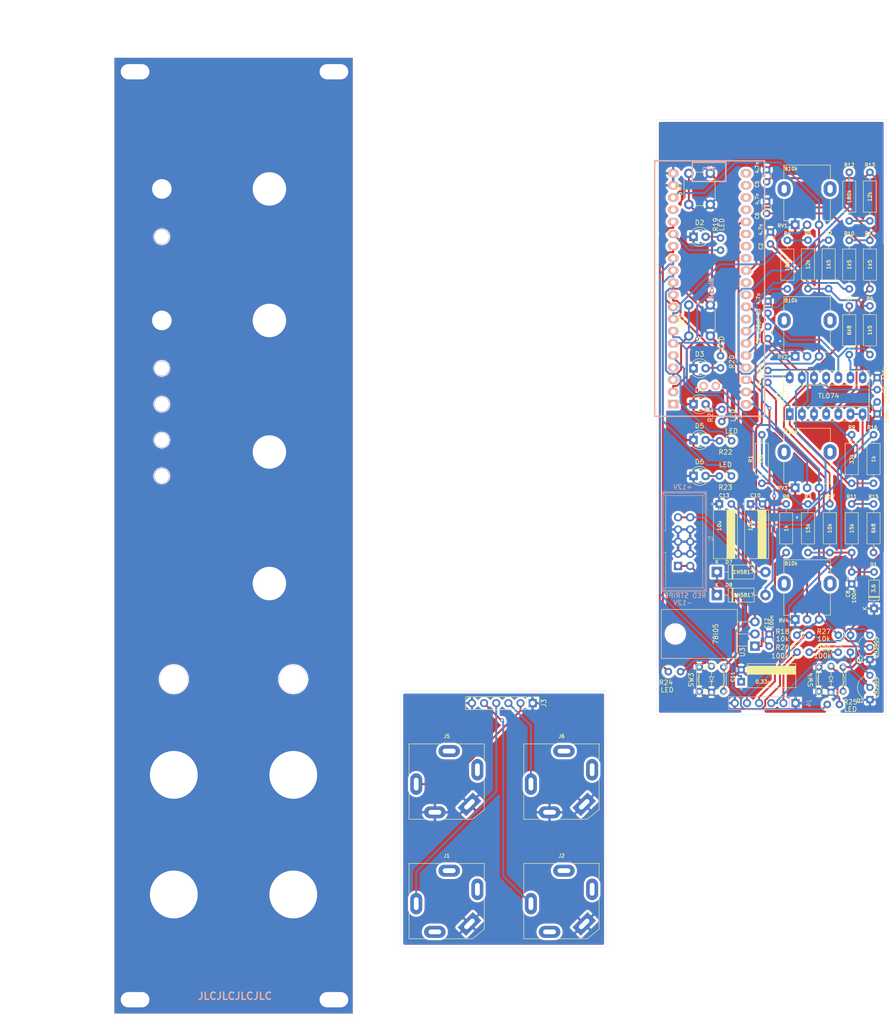
<source format=kicad_pcb>
(kicad_pcb (version 20211014) (generator pcbnew)
  (title_block (title "KosmoPeaks"))
  (layers (0 "F.Cu" signal) (31 "B.Cu" signal) (34 "B.Paste" user) (35 "F.Paste" user) (36 "B.SilkS" user "B.Silkscreen") (37 "F.SilkS" user "F.Silkscreen") (38 "B.Mask" user) (39 "F.Mask" user) (44 "Edge.Cuts" user))
  (net 0 "")
  (net 1 "GND")
  (net 2 "+12V")
  (net 3 "-12V")
  (net 4 "+5V")
  (net 5 "/REF_-3.6")
  (net 6 "Net-(C6-Pad1)")
  (net 7 "/TRIG_1")
  (net 8 "Net-(Q1-Pad2)")
  (net 9 "/TRIG_2")
  (net 10 "Net-(Q2-Pad2)")
  (net 11 "/CH1_PWM1")
  (net 12 "/CH1_PWM2")
  (net 13 "/CH2_PWM1")
  (net 14 "/CH2_PWM2")
  (net 15 "Net-(R4-Pad1)")
  (net 16 "+3V3")
  (net 17 "Net-(R15-Pad2)")
  (net 18 "/LED1")
  (net 19 "/LED2")
  (net 20 "/LED3")
  (net 21 "/LED4")
  (net 22 "/LED5")
  (net 23 "/LED_SALIDA_1")
  (net 24 "/LED_SALIDA_2")
  (net 25 "/POT_1")
  (net 26 "/POT_2")
  (net 27 "/POT_3")
  (net 28 "/POT_4")
  (net 29 "/SW_DUAL")
  (net 30 "/SW_MODE")
  (net 31 "/SW_TRIG1")
  (net 32 "/SW_TRIG2")
  (net 33 "FROM_IN1")
  (net 34 "FROM_IN2")
  (net 35 "FROM_OUT1")
  (net 36 "FROM_OUT2")
  (net 37 "TO_IN1")
  (net 38 "TO_IN2")
  (net 39 "TO_OUT1")
  (net 40 "TO_OUT2")
  (net 54 "Net-(C1-Pad2)")
  (net 55 "Net-(C1-Pad1)")
  (net 56 "Net-(C2-Pad1)")
  (net 57 "Net-(C3-Pad1)")
  (net 58 "Net-(C4-Pad2)")
  (net 59 "Net-(C4-Pad1)")
  (net 60 "Net-(C5-Pad1)")
  (net 63 "Net-(R7-Pad2)")
  (net 64 "Net-(R12-Pad1)")
  (net 67 "Net-(D2-Pad2)")
  (net 68 "Net-(D3-Pad2)")
  (net 69 "Net-(D4-Pad2)")
  (net 70 "Net-(D5-Pad2)")
  (net 71 "Net-(D7-Pad2)")
  (net 72 "Net-(D6-Pad2)")
  (net 73 "Net-(R24-Pad2)")
  (net 74 "Net-(R25-Pad2)")
  (net 75 "Net-(D8-Pad1)")
  (footprint "ao_tht:CP_Radial_horizontalflat_D5mm_P2.50mm_H10mm_south" (layer "F.Cu") (at 158.158 118.364)
    (fp_text reference "C10")
    (fp_text value "10u")
  )
  (footprint "ao_tht:CP_Radial_horizontalflat_D5mm_P2.50mm_H10mm_south" (layer "F.Cu") (at 151.638 118.364)
    (fp_text reference "C13")
    (fp_text value "10u")
  )
  (footprint "ao_tht:CP_Radial_horizontalflat_D5mm_P2.50mm_H10mm_south" (layer "F.Cu") (at 156.21 155.532 90)
    (fp_text reference "C11")
    (fp_text value "0.33u")
  )
  (footprint "ao_tht:C_Disc_D3.0mm_W1.6mm_P2.50mm" (layer "F.Cu") (at 162.052 148.082 90)
    (fp_text reference "C12")
    (fp_text value "100n")
  )
  (footprint "ao_tht:C_Disc_D3.0mm_W1.6mm_P2.50mm" (layer "F.Cu") (at 179.324 132.588 -90)
    (fp_text reference "C8")
    (fp_text value "100n")
  )
  (footprint "ao_tht:C_Disc_D3.0mm_W1.6mm_P2.50mm" (layer "F.Cu") (at 162.306 64.008 90)
    (fp_text reference "C2")
    (fp_text value "4.7n")
  )
  (footprint "ao_tht:C_Disc_D3.0mm_W1.6mm_P2.50mm" (layer "F.Cu") (at 161.544 51.014 90)
    (fp_text reference "C5")
    (fp_text value "4.7n")
  )
  (footprint "ao_tht:C_Disc_D3.0mm_W1.6mm_P2.50mm" (layer "F.Cu") (at 161.798 78.466 90)
    (fp_text reference "C3")
    (fp_text value "4.7n")
  )
  (footprint "ao_tht:C_Disc_D3.0mm_W1.6mm_P2.50mm" (layer "F.Cu") (at 161.544 57.618 90)
    (fp_text reference "C6")
    (fp_text value "4.7n")
  )
  (footprint "ao_tht:C_Disc_D3.0mm_W1.6mm_P2.50mm" (layer "F.Cu") (at 184.658 97.028 -90)
    (fp_text reference "C7")
    (fp_text value "100n")
  )
  (footprint "ao_tht:D_DO-41_SOD81_P10.16mm_Horizontal" (layer "F.Cu") (at 151.13 132.588)
    (fp_text reference "D7")
    (fp_text value "1N5817")
  )
  (footprint "ao_tht:D_DO-41_SOD81_P10.16mm_Horizontal" (layer "F.Cu") (at 151.13 137.414)
    (fp_text reference "D8")
    (fp_text value "1N5817")
  )
  (footprint "ao_tht:D_DO-35_SOD27_P7.62mm_Horizontal" (layer "F.Cu") (at 184 140.208 90)
    (fp_text reference "D1")
    (fp_text value "3.6")
  )
  (footprint "ao_tht:TO-92_Inline_Wide" (layer "F.Cu") (at 183.134 150.876 90)
    (fp_text reference "Q1")
    (fp_text value "2N3904")
  )
  (footprint "ao_tht:TO-92_Inline_Wide" (layer "F.Cu") (at 183.134 159.258 90)
    (fp_text reference "Q2")
    (fp_text value "2N3904")
  )
  (footprint "ao_tht:R_Axial_DIN0207_L6.3mm_D2.5mm_P10.16mm_Horizontal" (layer "F.Cu") (at 174.498 73.366 90)
    (fp_text reference "R2")
    (fp_text value "1k5")
  )
  (footprint "ao_tht:R_Axial_DIN0207_L6.3mm_D2.5mm_P10.16mm_Horizontal" (layer "F.Cu") (at 165.862 63.246 -90)
    (fp_text reference "R4")
    (fp_text value "180k")
  )
  (footprint "ao_tht:R_Axial_DIN0207_L6.3mm_D2.5mm_P10.16mm_Horizontal" (layer "F.Cu") (at 178.816 63.246 -90)
    (fp_text reference "R10")
    (fp_text value "1k5")
  )
  (footprint "ao_tht:R_Axial_DIN0207_L6.3mm_D2.5mm_P10.16mm_Horizontal" (layer "F.Cu") (at 178.816 59.182 90)
    (fp_text reference "R12")
    (fp_text value "180k")
  )
  (footprint "ao_tht:R_Axial_DIN0207_L6.3mm_D2.5mm_P10.16mm_Horizontal" (layer "F.Cu") (at 174.752 128.524 90)
    (fp_text reference "R17")
    (fp_text value "10k")
  )
  (footprint "ao_tht:R_Axial_DIN0207_L6.3mm_D2.5mm_P10.16mm_Horizontal" (layer "F.Cu") (at 170.18 73.366 90)
    (fp_text reference "R5")
    (fp_text value "12k")
  )
  (footprint "ao_tht:R_Axial_DIN0207_L6.3mm_D2.5mm_P10.16mm_Horizontal" (layer "F.Cu") (at 183.134 49.022 -90)
    (fp_text reference "R13")
    (fp_text value "12k")
  )
  (footprint "ao_tht:R_Axial_DIN0207_L6.3mm_D2.5mm_P2.54mm_Vertical" (layer "F.Cu") (at 167.894 149.352)
    (fp_text reference "R26")
    (fp_text value "100k")
  )
  (footprint "ao_tht:R_Axial_DIN0207_L6.3mm_D2.5mm_P2.54mm_Vertical" (layer "F.Cu") (at 176.501 149.352)
    (fp_text reference "R28")
    (fp_text value "100k")
  )
  (footprint "ao_tht:R_Axial_DIN0207_L6.3mm_D2.5mm_P2.54mm_Vertical" (layer "F.Cu") (at 167.865 145.796)
    (fp_text reference "R18")
    (fp_text value "10k")
  )
  (footprint "ao_tht:R_Axial_DIN0207_L6.3mm_D2.5mm_P2.54mm_Vertical" (layer "F.Cu") (at 176.53 145.796)
    (fp_text reference "R27")
    (fp_text value "10k")
  )
  (footprint "ao_tht:R_Axial_DIN0207_L6.3mm_D2.5mm_P10.16mm_Horizontal" (layer "F.Cu") (at 183.134 87.122 90)
    (fp_text reference "R6")
    (fp_text value "1k5")
  )
  (footprint "ao_tht:R_Axial_DIN0207_L6.3mm_D2.5mm_P10.16mm_Horizontal" (layer "F.Cu") (at 183.134 73.406 90)
    (fp_text reference "R14")
    (fp_text value "1k5")
  )
  (footprint "ao_tht:R_Axial_DIN0207_L6.3mm_D2.5mm_P10.16mm_Horizontal" (layer "F.Cu") (at 170.18 118.364 -90)
    (fp_text reference "R3")
    (fp_text value "15k")
  )
  (footprint "ao_tht:R_Axial_DIN0207_L6.3mm_D2.5mm_P10.16mm_Horizontal" (layer "F.Cu") (at 178.816 76.962 -90)
    (fp_text reference "R7")
    (fp_text value "6k8")
  )
  (footprint "ao_tht:R_Axial_DIN0207_L6.3mm_D2.5mm_P10.16mm_Horizontal" (layer "F.Cu") (at 179.324 118.364 -90)
    (fp_text reference "R11")
    (fp_text value "15k")
  )
  (footprint "ao_tht:R_Axial_DIN0207_L6.3mm_D2.5mm_P10.16mm_Horizontal" (layer "F.Cu") (at 183.896 118.364 -90)
    (fp_text reference "R15")
    (fp_text value "6k8")
  )
  (footprint "ao_tht:R_Axial_DIN0207_L6.3mm_D2.5mm_P2.54mm_Vertical" (layer "F.Cu") (at 151.892 65.307 90)
    (fp_text reference "R19")
    (fp_text value "LED")
  )
  (footprint "ao_tht:R_Axial_DIN0207_L6.3mm_D2.5mm_P10.16mm_Horizontal" (layer "F.Cu") (at 160.528 114.046 90)
    (fp_text reference "R1")
    (fp_text value "33k")
  )
  (footprint "ao_tht:R_Axial_DIN0207_L6.3mm_D2.5mm_P10.16mm_Horizontal" (layer "F.Cu") (at 179.324 114.046 90)
    (fp_text reference "R9")
    (fp_text value "33k")
  )
  (footprint "ao_tht:R_Axial_DIN0207_L6.3mm_D2.5mm_P2.54mm_Vertical" (layer "F.Cu") (at 151.892 87.376 -90)
    (fp_text reference "R20")
    (fp_text value "LED")
  )
  (footprint "ao_tht:R_Axial_DIN0207_L6.3mm_D2.5mm_P10.16mm_Horizontal" (layer "F.Cu") (at 165.608 128.524 90)
    (fp_text reference "R8")
    (fp_text value "1k")
  )
  (footprint "ao_tht:R_Axial_DIN0207_L6.3mm_D2.5mm_P10.16mm_Horizontal" (layer "F.Cu") (at 183.896 103.886 -90)
    (fp_text reference "R16")
    (fp_text value "1k")
  )
  (footprint "ao_tht:R_Axial_DIN0207_L6.3mm_D2.5mm_P2.54mm_Vertical" (layer "F.Cu") (at 152.146 101.121 90)
    (fp_text reference "R21")
    (fp_text value "LED")
  )
  (footprint "ao_tht:R_Axial_DIN0207_L6.3mm_D2.5mm_P2.54mm_Vertical" (layer "F.Cu") (at 154.207 105.156 180)
    (fp_text reference "R22")
    (fp_text value "LED")
  )
  (footprint "ao_tht:R_Axial_DIN0207_L6.3mm_D2.5mm_P2.54mm_Vertical" (layer "F.Cu") (at 154.178 112.522 180)
    (fp_text reference "R23")
    (fp_text value "LED")
  )
  (footprint "ao_tht:R_Axial_DIN0207_L6.3mm_D2.5mm_P2.54mm_Vertical" (layer "F.Cu") (at 140.97 153.416)
    (fp_text reference "R24")
    (fp_text value "LED")
  )
  (footprint "ao_tht:R_Axial_DIN0207_L6.3mm_D2.5mm_P2.54mm_Vertical" (layer "F.Cu") (at 174.215 160.274)
    (fp_text reference "R25")
    (fp_text value "LED")
  )
  (footprint "ao_tht:Potentiometer_Alpha_RD901F-40-00D_Single_Vertical_centered" (layer "F.Cu") (at 170 52.5 90)
    (fp_text reference "RV1")
    (fp_text value "B10k")
  )
  (footprint "ao_tht:Potentiometer_Alpha_RD901F-40-00D_Single_Vertical_centered" (layer "F.Cu") (at 170 80 90)
    (fp_text reference "RV2")
    (fp_text value "B10k")
  )
  (footprint "ao_tht:Potentiometer_Alpha_RD901F-40-00D_Single_Vertical_centered" (layer "F.Cu") (at 170 107.5 90)
    (fp_text reference "RV3")
    (fp_text value "B10k")
  )
  (footprint "ao_tht:Potentiometer_Alpha_RD901F-40-00D_Single_Vertical_centered" (layer "F.Cu") (at 170 135 90)
    (fp_text reference "RV4")
    (fp_text value "B10k")
  )
  (footprint "Package_TO_SOT_THT:TO-220-3_Horizontal_TabDown" (layer "F.Cu") (at 159.09 148.082 90)
    (fp_text reference "U3")
    (fp_text value "78l05")
  )
  (footprint "ao_tht:C_Disc_D3.0mm_W1.6mm_P2.50mm" (layer "F.Cu") (at 161.798 83.78 90)
    (fp_text reference "C1")
    (fp_text value "150pf")
  )
  (footprint "ao_tht:C_Disc_D3.0mm_W1.6mm_P2.50mm" (layer "F.Cu") (at 161.798 90.464 -90)
    (fp_text reference "C4")
    (fp_text value "150pf")
  )
  (footprint "Package_DIP:DIP-14_W7.62mm_Socket_LongPads" (layer "F.Cu") (at 166.37 99.568 90)
    (fp_text reference "U1")
    (fp_text value "TL074")
  )
  (footprint "Kosmo_panel:Kosmo_Jack_Hole" (layer "F.Cu") (at 62.5 175)
    (fp_text reference "REF**" hide)
    (fp_text value "Kosmo_Jack_Hole")
  )
  (footprint "LED_THT:LED_D3.0mm_FlatTop" (layer "F.Cu") (at 146.225 97.5)
    (fp_text reference "D4")
    (fp_text value "LED")
  )
  (footprint "Button_Switch_THT:SW_PUSH_6mm_H13mm" (layer "F.Cu") (at 145.25 83.25 90)
    (fp_text reference "SW6")
    (fp_text value "SW_Push")
  )
  (footprint "ao_tht:HIGHLY_PB6149L" (layer "F.Cu") (at 150 155)
    (fp_text reference "SW3")
    (fp_text value "TRIG_LED1")
  )
  (footprint "Kosmo_panel:Kosmo_Panel_Dual_Slotted_Mounting_Holes" (layer "F.Cu") (at 69.6 222)
    (fp_text reference "REF**" hide)
    (fp_text value "Kosmo_Panel_Dual_Slotted_Mounting_Holes")
  )
  (footprint "ao_tht:C_Disc_D3.0mm_W1.6mm_P2.50mm" (layer "F.Cu") (at 184.658 94.468 90)
    (fp_text reference "C9")
    (fp_text value "100n")
  )
  (footprint "Kosmo_panel:Kosmo_Jack_Hole" (layer "F.Cu") (at 37.5 200)
    (fp_text reference "REF**" hide)
    (fp_text value "Kosmo_Jack_Hole")
  )
  (footprint "ao_tht:Jack_6.35mm_PJ_629HAN_slots" (layer "F.Cu") (at 94.618 176.422)
    (fp_text reference "J5")
    (fp_text value "in1")
  )
  (footprint "ao_tht:Jack_6.35mm_PJ_629HAN_slots" (layer "F.Cu") (at 118.618 176.422)
    (fp_text reference "J6")
    (fp_text value "in2")
  )
  (footprint "Kosmo_panel:Kosmo_LED_Hole" (layer "F.Cu") (at 35 52.5)
    (fp_text reference "REF**" hide)
    (fp_text value "Kosmo_LED_Hole")
  )
  (footprint "Connector_PinHeader_2.54mm:PinHeader_1x06_P2.54mm_Vertical" (layer "F.Cu") (at 112.58 160 -90)
    (fp_text reference "J3")
    (fp_text value "Conn_01x06_Male")
  )
  (footprint "Kosmo_panel:Kosmo_HIGHLY_PB6149L" (layer "F.Cu") (at 62.5 155)
    (fp_text reference "H25")
    (fp_text value "led")
  )
  (footprint "Kosmo_panel:Kosmo_Pot_Hole" (layer "F.Cu") (at 57.5 135)
    (fp_text reference "REF**" hide)
    (fp_text value "Kosmo_Pot_Hole")
  )
  (footprint "Kosmo_panel:Kosmo_LED_3mm" (layer "F.Cu") (at 35 97.5)
    (fp_text reference "REF**" hide)
    (fp_text value "3mm_flat_LED")
  )
  (footprint "LED_THT:LED_D3.0mm_FlatTop" (layer "F.Cu") (at 146.225 90)
    (fp_text reference "D3")
    (fp_text value "LED")
  )
  (footprint "LED_THT:LED_D3.0mm_FlatTop" (layer "F.Cu") (at 146.225 62.5)
    (fp_text reference "D2")
    (fp_text value "LED")
  )
  (footprint "Kosmo_panel:Kosmo_Jack_Hole" (layer "F.Cu") (at 62.5 200)
    (fp_text reference "REF**" hide)
    (fp_text value "Kosmo_Jack_Hole")
  )
  (footprint "Kosmo_panel:Kosmo_Pot_Hole" (layer "F.Cu") (at 57.5 52.5)
    (fp_text reference "REF**" hide)
    (fp_text value "Kosmo_Pot_Hole")
  )
  (footprint "Kosmo_panel:Kosmo_LED_3mm" (layer "F.Cu") (at 35 112.5)
    (fp_text reference "REF**" hide)
    (fp_text value "3mm_flat_LED")
  )
  (footprint "Kosmo_panel:Kosmo_LED_3mm" (layer "F.Cu") (at 35 105)
    (fp_text reference "REF**" hide)
    (fp_text value "3mm_flat_LED")
  )
  (footprint "Kosmo_panel:Kosmo_LED_3mm" (layer "F.Cu") (at 35 90)
    (fp_text reference "REF**" hide)
    (fp_text value "3mm_flat_LED")
  )
  (footprint "LED_THT:LED_D3.0mm_FlatTop" (layer "F.Cu") (at 146.225 112.5)
    (fp_text reference "D6")
    (fp_text value "LED")
  )
  (footprint "Kosmo_panel:Kosmo_LED_3mm" (layer "F.Cu") (at 35 62.5)
    (fp_text reference "REF**" hide)
    (fp_text value "3mm_flat_LED")
  )
  (footprint "Kosmo_panel:Kosmo_Panel_Dual_Slotted_Mounting_Holes" (layer "F.Cu") (at 28 222)
    (fp_text reference "REF**" hide)
    (fp_text value "Kosmo_Panel_Dual_Slotted_Mounting_Holes")
  )
  (footprint "LED_THT:LED_D3.0mm_FlatTop" (layer "F.Cu") (at 146.225 105)
    (fp_text reference "D5")
    (fp_text value "LED")
  )
  (footprint "Kosmo_panel:Kosmo_Jack_Hole" (layer "F.Cu") (at 37.5 175)
    (fp_text reference "REF**" hide)
    (fp_text value "Kosmo_Jack_Hole")
  )
  (footprint "Kosmo_panel:Kosmo_HIGHLY_PB6149L" (layer "F.Cu") (at 37.5 155)
    (fp_text reference "H25")
    (fp_text value "led")
  )
  (footprint "Kosmo_panel:Kosmo_LED_Hole" (layer "F.Cu") (at 35 80)
    (fp_text reference "REF**" hide)
    (fp_text value "Kosmo_LED_Hole")
  )
  (footprint "panel:panel" (layer "F.Cu") (at 50 125)
    (fp_text reference "G***")
    (fp_text value "LOGO" hide)
  )
  (footprint "ao_tht:HIGHLY_PB6149L" (layer "F.Cu") (at 175 155)
    (fp_text reference "SW4")
    (fp_text value "TRIG2_LED")
  )
  (footprint "ao_tht:Jack_6.35mm_PJ_629HAN_slots" (layer "F.Cu") (at 118.618 201.422)
    (fp_text reference "J2")
    (fp_text value "out2")
  )
  (footprint "Kosmo_panel:Kosmo_Pot_Hole" (layer "F.Cu") (at 57.5 107.5)
    (fp_text reference "REF**" hide)
    (fp_text value "Kosmo_Pot_Hole")
  )
  (footprint "Kosmo_panel:Kosmo_Pot_Hole" (layer "F.Cu") (at 57.5 80)
    (fp_text reference "REF**" hide)
    (fp_text value "Kosmo_Pot_Hole")
  )
  (footprint "Button_Switch_THT:SW_PUSH_6mm_H13mm" (layer "F.Cu") (at 145.25 55.75 90)
    (fp_text reference "SW5")
    (fp_text value "SW_Push")
  )
  (footprint "ao_tht:Jack_6.35mm_PJ_629HAN_slots" (layer "F.Cu") (at 94.618 201.422)
    (fp_text reference "J1")
    (fp_text value "out1")
  )
  (footprint "ao_tht:BluePill_STM32F103C" (layer "B.Cu") (at 141.986 97.4344)
    (fp_text reference "U2")
    (fp_text value "Bluepill")
  )
  (footprint "ao_tht:Power_Header" (layer "B.Cu") (at 143.002 131.318)
    (fp_text reference "J7")
    (fp_text value "Synth_power_2x5")
  )
  (footprint "Connector_PinSocket_2.54mm:PinSocket_1x06_P2.54mm_Vertical" (layer "B.Cu") (at 167.58 160 90)
    (fp_text reference "J4")
    (fp_text value "Conn_01x06_Female")
  )
  (gr_line (start 128 211) (end 85 211) (layer "Edge.Cuts") (width 0.05))
  (gr_line (start 128 157.5) (end 85 157.5) (layer "Edge.Cuts") (width 0.05))
  (gr_line (start 75 225) (end 25 225) (layer "Edge.Cuts") (width 0.05))
  (gr_line (start 128 157.5) (end 128 211) (layer "Edge.Cuts") (width 0.05))
  (gr_line (start 25 225) (end 25 25) (layer "Edge.Cuts") (width 0.05))
  (gr_line (start 138.5 162.5) (end 138.5 38) (layer "Edge.Cuts") (width 0.05))
  (gr_line (start 75 25) (end 75 225) (layer "Edge.Cuts") (width 0.05))
  (gr_line (start 25 25) (end 75 25) (layer "Edge.Cuts") (width 0.05))
  (gr_line (start 138.5 38) (end 186.5 38) (layer "Edge.Cuts") (width 0.05))
  (gr_line (start 186.5 162.5) (end 138.5 162.5) (layer "Edge.Cuts") (width 0.05))
  (gr_line (start 186.5 38) (end 186.5 162.5) (layer "Edge.Cuts") (width 0.05))
  (gr_line (start 85 157.5) (end 85 211) (layer "Edge.Cuts") (width 0.05))
  (gr_text "JLCJLCJLCJLC" (at 50.292 221.234) (layer "B.SilkS") (effects (font (size 1.5 1.5) (thickness 0.3))))
  (via (at 164.338 84.328) (size 0.8) (drill 0.4) (layers "F.Cu" "B.Cu") (net 1))
  (via (at 167.894 121.158) (size 0.8) (drill 0.4) (layers "F.Cu" "B.Cu") (net 1))
  (segment (start 159.09 141.6494) (end 158.158 140.7174) (width 0.4) (layer "F.Cu") (net 2))
  (segment (start 158.158 140.7174) (end 158.158 118.364) (width 0.4) (layer "F.Cu") (net 2))
  (segment (start 159.09 143.002) (end 159.09 141.6494) (width 0.4) (layer "F.Cu") (net 2))
  (segment (start 182.8301 103.2547) (end 182.8301 97.9679) (width 0.4) (layer "B.Cu") (net 2))
  (segment (start 176.432 113.8251) (end 176.432 109.6528) (width 0.4) (layer "B.Cu") (net 2))
  (segment (start 157.05 140.0081) (end 151.13 134.0881) (width 0.4) (layer "B.Cu") (net 2))
  (segment (start 155.7599 154.3319) (end 155.0099 153.5819) (width 0.4) (layer "B.Cu") (net 2))
  (segment (start 170.6899 119.5672) (end 176.432 113.8251) (width 0.4) (layer "B.Cu") (net 2))
  (segment (start 155.0099 153.5819) (end 155.0099 145.0421) (width 0.4) (layer "B.Cu") (net 2))
  (segment (start 173.99 97.9679) (end 182.8301 97.9679) (width 0.4) (layer "B.Cu") (net 2))
  (segment (start 173.99 99.568) (end 173.99 97.9679) (width 0.4) (layer "B.Cu") (net 2))
  (segment (start 183.7182 97.9679) (end 183.7182 97.9678) (width 0.4) (layer "B.Cu") (net 2))
  (segment (start 160.1113 119.5672) (end 170.6899 119.5672) (width 0.4) (layer "B.Cu") (net 2))
  (segment (start 182.8301 97.9679) (end 183.7182 97.9679) (width 0.4) (layer "B.Cu") (net 2))
  (segment (start 156.21 155.532) (end 156.21 154.3319) (width 0.4) (layer "B.Cu") (net 2))
  (segment (start 183.7182 97.9678) (end 184.658 97.028) (width 0.4) (layer "B.Cu") (net 2))
  (segment (start 155.0099 145.0421) (end 157.05 143.002) (width 0.4) (layer "B.Cu") (net 2))
  (segment (start 156.21 154.3319) (end 155.7599 154.3319) (width 0.4) (layer "B.Cu") (net 2))
  (segment (start 176.432 109.6528) (end 182.8301 103.2547) (width 0.4) (layer "B.Cu") (net 2))
  (segment (start 159.3581 118.814) (end 160.1113 119.5672) (width 0.4) (layer "B.Cu") (net 2))
  (segment (start 157.05 143.002) (end 157.05 140.0081) (width 0.4) (layer "B.Cu") (net 2))
  (segment (start 159.3581 118.364) (end 159.3581 118.814) (width 0.4) (layer "B.Cu") (net 2))
  (segment (start 151.13 132.588) (end 151.13 134.0881) (width 0.4) (layer "B.Cu") (net 2))
  (segment (start 159.09 143.002) (end 157.6899 143.002) (width 0.4) (layer "B.Cu") (net 2))
  (segment (start 157.6899 143.002) (end 157.05 143.002) (width 0.4) (layer "B.Cu") (net 2))
  (segment (start 158.158 118.364) (end 159.3581 118.364) (width 0.4) (layer "B.Cu") (net 2))
  (segment (start 173.99 93.5481) (end 169.8212 93.5481) (width 0.4) (layer "F.Cu") (net 3))
  (segment (start 169.8212 93.5481) (end 165.1537 98.2156) (width 0.4) (layer "F.Cu") (net 3))
  (segment (start 165.1537 98.2156) (end 165.1537 102.4047) (width 0.4) (layer "F.Cu") (net 3))
  (segment (start 173.99 91.948) (end 173.99 93.5481) (width 0.4) (layer "F.Cu") (net 3))
  (segment (start 165.1537 102.4047) (end 174.752 112.003) (width 0.4) (layer "F.Cu") (net 3))
  (segment (start 174.752 112.003) (end 174.752 118.364) (width 0.4) (layer "F.Cu") (net 3))
  (segment (start 162.7902 123.19) (end 162.2822 122.682) (width 0.4) (layer "B.Cu") (net 3))
  (segment (start 162.7902 134.4137) (end 161.29 135.9139) (width 0.4) (layer "B.Cu") (net 3))
  (segment (start 174.9099 94.468) (end 173.99 93.5481) (width 0.4) (layer "B.Cu") (net 3))
  (segment (start 161.29 135.9139) (end 161.29 137.414) (width 0.4) (layer "B.Cu") (net 3))
  (segment (start 169.2339 122.682) (end 163.322 122.682) (width 0.4) (layer "B.Cu") (net 3))
  (segment (start 162.7902 123.2138) (end 162.7902 134.4137) (width 0.4) (layer "B.Cu") (net 3))
  (segment (start 173.5519 118.364) (end 169.2339 122.682) (width 0.4) (layer "B.Cu") (net 3))
  (segment (start 158.456 122.682) (end 154.138 118.364) (width 0.4) (layer "B.Cu") (net 3))
  (segment (start 174.752 118.364) (end 173.5519 118.364) (width 0.4) (layer "B.Cu") (net 3))
  (segment (start 173.99 91.948) (end 173.99 93.5481) (width 0.4) (layer "B.Cu") (net 3))
  (segment (start 184.658 94.468) (end 174.9099 94.468) (width 0.4) (layer "B.Cu") (net 3))
  (segment (start 162.2822 122.682) (end 158.456 122.682) (width 0.4) (layer "B.Cu") (net 3))
  (segment (start 163.322 122.682) (end 162.7902 123.2138) (width 0.4) (layer "B.Cu") (net 3))
  (segment (start 160.6826 139.1066) (end 160.6826 146.7126) (width 0.4) (layer "F.Cu") (net 4))
  (segment (start 159.328 102.546) (end 159.328 115.9564) (width 0.4) (layer "F.Cu") (net 4))
  (segment (start 159.3582 115.9866) (end 159.3582 137.7822) (width 0.4) (layer "F.Cu") (net 4))
  (segment (start 157.226 92.4052) (end 157.9372 92.4052) (width 0.4) (layer "F.Cu") (net 4))
  (segment (start 160.6826 146.7126) (end 162.052 148.082) (width 0.4) (layer "F.Cu") (net 4))
  (segment (start 160.528 101.346) (end 159.328 102.546) (width 0.4) (layer "F.Cu") (net 4))
  (segment (start 159.3582 137.7822) (end 160.6826 139.1066) (width 0.4) (layer "F.Cu") (net 4))
  (segment (start 157.9372 92.4052) (end 160.528 94.996) (width 0.4) (layer "F.Cu") (net 4))
  (segment (start 160.6826 146.7126) (end 160.4901 146.9051) (width 0.4) (layer "F.Cu") (net 4))
  (segment (start 159.09 148.082) (end 160.4901 148.082) (width 0.4) (layer "F.Cu") (net 4))
  (segment (start 159.328 115.9564) (end 159.3582 115.9866) (width 0.4) (layer "F.Cu") (net 4))
  (segment (start 160.4901 146.9051) (end 160.4901 148.082) (width 0.4) (layer "F.Cu") (net 4))
  (segment (start 160.528 94.996) (end 160.528 101.346) (width 0.4) (layer "F.Cu") (net 4))
  (segment (start 179.324 128.524) (end 174.752 128.524) (width 0.4) (layer "F.Cu") (net 5))
  (segment (start 179.324 128.524) (end 179.324 132.588) (width 0.4) (layer "F.Cu") (net 5))
  (segment (start 170.18 128.524) (end 174.752 128.524) (width 0.4) (layer "B.Cu") (net 5))
  (segment (start 184 132.588) (end 179.324 132.588) (width 0.4) (layer "B.Cu") (net 5))
  (segment (start 176.53 97.9679) (end 180.34 94.1579) (width 0.4) (layer "F.Cu") (net 6))
  (segment (start 180.34 76.0361) (end 182.9701 73.406) (width 0.4) (layer "F.Cu") (net 6))
  (segment (start 180.34 94.1579) (end 180.34 76.0361) (width 0.4) (layer "F.Cu") (net 6))
  (segment (start 174.9374 57.618) (end 161.544 57.618) (width 0.4) (layer "F.Cu") (net 6))
  (segment (start 182.9701 73.406) (end 183.134 73.406) (width 0.4) (layer "F.Cu") (net 6))
  (segment (start 182.9701 65.6507) (end 174.9374 57.618) (width 0.4) (layer "F.Cu") (net 6))
  (segment (start 176.53 99.568) (end 176.53 97.9679) (width 0.4) (layer "F.Cu") (net 6))
  (segment (start 182.9701 73.406) (end 182.9701 65.6507) (width 0.4) (layer "F.Cu") (net 6))
  (segment (start 141.1962 60.6489) (end 139.1794 62.6657) (width 0.4) (layer "F.Cu") (net 7))
  (segment (start 139.1794 62.6657) (end 139.1794 153.6574) (width 0.4) (layer "F.Cu") (net 7))
  (segment (start 141.986 60.6489) (end 141.1962 60.6489) (width 0.4) (layer "F.Cu") (net 7))
  (segment (start 141.986 59.3852) (end 141.986 60.6489) (width 0.4) (layer "F.Cu") (net 7))
  (segment (start 169.2049 146.3117) (end 169.2049 145.796) (width 0.4) (layer "F.Cu") (net 7))
  (segment (start 161.23 160.5121) (end 161.23 159.4062) (width 0.4) (layer "F.Cu") (net 7))
  (segment (start 164.3228 151.1938) (end 169.2049 146.3117) (width 0.4) (layer "F.Cu") (net 7))
  (segment (start 161.23 159.4062) (end 164.3228 156.3134) (width 0.4) (layer "F.Cu") (net 7))
  (segment (start 146.7722 161.2502) (end 160.4919 161.2502) (width 0.4) (layer "F.Cu") (net 7))
  (segment (start 164.3228 156.3134) (end 164.3228 151.1938) (width 0.4) (layer "F.Cu") (net 7))
  (segment (start 169.2049 145.796) (end 170.405 145.796) (width 0.4) (layer "F.Cu") (net 7))
  (segment (start 139.1794 153.6574) (end 146.7722 161.2502) (width 0.4) (layer "F.Cu") (net 7))
  (segment (start 160.4919 161.2502) (end 161.23 160.5121) (width 0.4) (layer "F.Cu") (net 7))
  (segment (start 171.6051 145.796) (end 172.8053 146.9962) (width 0.4) (layer "B.Cu") (net 7))
  (segment (start 177.8 145.2899) (end 178.5889 144.501) (width 0.4) (layer "B.Cu") (net 7))
  (segment (start 177.0285 146.9962) (end 177.8 146.2247) (width 0.4) (layer "B.Cu") (net 7))
  (segment (start 170.405 145.796) (end 171.6051 145.796) (width 0.4) (layer "B.Cu") (net 7))
  (segment (start 181.839 144.501) (end 183.134 145.796) (width 0.4) (layer "B.Cu") (net 7))
  (segment (start 172.8053 146.9962) (end 177.0285 146.9962) (width 0.4) (layer "B.Cu") (net 7))
  (segment (start 178.5889 144.501) (end 181.839 144.501) (width 0.4) (layer "B.Cu") (net 7))
  (segment (start 177.8 146.2247) (end 177.8 145.2899) (width 0.4) (layer "B.Cu") (net 7))
  (segment (start 172.8442 148.1419) (end 171.6341 149.352) (width 0.4) (layer "F.Cu") (net 8))
  (segment (start 182.9399 148.1419) (end 172.8442 148.1419) (width 0.4) (layer "F.Cu") (net 8))
  (segment (start 170.434 149.352) (end 171.6341 149.352) (width 0.4) (layer "F.Cu") (net 8))
  (segment (start 183.134 148.336) (end 182.9399 148.1419) (width 0.4) (layer "F.Cu") (net 8))
  (segment (start 185.8638 64.2335) (end 185.8638 128.2876) (width 0.4) (layer "F.Cu") (net 9))
  (segment (start 179.07 144.5959) (end 179.07 145.796) (width 0.4) (layer "F.Cu") (net 9))
  (segment (start 181.9838 141.6821) (end 179.07 144.5959) (width 0.4) (layer "F.Cu") (net 9))
  (segment (start 157.226 69.5452) (end 158.0388 69.5452) (width 0.4) (layer "F.Cu") (net 9))
  (segment (start 185.8638 128.2876) (end 181.9838 132.1676) (width 0.4) (layer "F.Cu") (net 9))
  (segment (start 161.0653 56.3681) (end 177.9984 56.3681) (width 0.4) (layer "F.Cu") (net 9))
  (segment (start 177.9984 56.3681) (end 185.8638 64.2335) (width 0.4) (layer "F.Cu") (net 9))
  (segment (start 159.3851 58.0483) (end 161.0653 56.3681) (width 0.4) (layer "F.Cu") (net 9))
  (segment (start 159.3851 68.1989) (end 159.3851 58.0483) (width 0.4) (layer "F.Cu") (net 9))
  (segment (start 181.9838 132.1676) (end 181.9838 141.6821) (width 0.4) (layer "F.Cu") (net 9))
  (segment (start 158.0388 69.5452) (end 159.3851 68.1989) (width 0.4) (layer "F.Cu") (net 9))
  (segment (start 180.2701 148.1962) (end 180.2701 151.3141) (width 0.4) (layer "B.Cu") (net 9))
  (segment (start 179.07 146.9961) (end 180.2701 148.1962) (width 0.4) (layer "B.Cu") (net 9))
  (segment (start 179.07 145.796) (end 179.07 146.9961) (width 0.4) (layer "B.Cu") (net 9))
  (segment (start 180.2701 151.3141) (end 183.134 154.178) (width 0.4) (layer "B.Cu") (net 9))
  (segment (start 179.041 152.625) (end 179.041 149.352) (width 0.4) (layer "B.Cu") (net 10))
  (segment (start 183.134 156.718) (end 179.041 152.625) (width 0.4) (layer "B.Cu") (net 10))
  (segment (start 158.8224 76.348) (end 163.0316 72.1388) (width 0.4) (layer "B.Cu") (net 11))
  (segment (start 157.226 82.2452) (end 158.8224 80.6488) (width 0.4) (layer "B.Cu") (net 11))
  (segment (start 163.0316 72.1388) (end 164.3651 72.1388) (width 0.4) (layer "B.Cu") (net 11))
  (segment (start 173.2979 63.206) (end 174.498 63.206) (width 0.4) (layer "B.Cu") (net 11))
  (segment (start 158.8224 80.6488) (end 158.8224 76.348) (width 0.4) (layer "B.Cu") (net 11))
  (segment (start 164.3651 72.1388) (end 173.2979 63.206) (width 0.4) (layer "B.Cu") (net 11))
  (segment (start 159.4725 82.0815) (end 159.4725 82.0025) (width 0.4) (layer "B.Cu") (net 12))
  (segment (start 159.4225 81.9525) (end 159.4225 76.6196) (width 0.4) (layer "B.Cu") (net 12))
  (segment (start 159.4225 76.6196) (end 162.6361 73.406) (width 0.4) (layer "B.Cu") (net 12))
  (segment (start 159.4725 82.0025) (end 159.4225 81.9525) (width 0.4) (layer "B.Cu") (net 12))
  (segment (start 157.226 84.328) (end 159.4725 82.0815) (width 0.4) (layer "B.Cu") (net 12))
  (segment (start 157.226 84.7852) (end 157.226 84.328) (width 0.4) (layer "B.Cu") (net 12))
  (segment (start 162.6361 73.406) (end 165.862 73.406) (width 0.4) (layer "B.Cu") (net 12))
  (segment (start 176.3645 72.1546) (end 177.6159 73.406) (width 0.4) (layer "B.Cu") (net 13))
  (segment (start 161.3292 77.216) (end 163.8119 77.216) (width 0.4) (layer "B.Cu") (net 13))
  (segment (start 177.6159 73.406) (end 178.816 73.406) (width 0.4) (layer "B.Cu") (net 13))
  (segment (start 160.0725 78.4727) (end 161.3292 77.216) (width 0.4) (layer "B.Cu") (net 13))
  (segment (start 163.8119 77.216) (end 168.8733 72.1546) (width 0.4) (layer "B.Cu") (net 13))
  (segment (start 157.226 87.3252) (end 160.02 84.5312) (width 0.4) (layer "B.Cu") (net 13))
  (segment (start 160.0725 84.0048) (end 160.0725 78.4727) (width 0.4) (layer "B.Cu") (net 13))
  (segment (start 160.02 84.0573) (end 160.0725 84.0048) (width 0.4) (layer "B.Cu") (net 13))
  (segment (start 160.02 84.5312) (end 160.02 84.0573) (width 0.4) (layer "B.Cu") (net 13))
  (segment (start 168.8733 72.1546) (end 176.3645 72.1546) (width 0.4) (layer "B.Cu") (net 13))
  (segment (start 158.7512 73.3552) (end 162.5473 69.5591) (width 0.4) (layer "B.Cu") (net 14))
  (segment (start 165.5514 69.5591) (end 178.816 56.2945) (width 0.4) (layer "B.Cu") (net 14))
  (segment (start 155.6969 88.6409) (end 155.6969 74.1039) (width 0.4) (layer "B.Cu") (net 14))
  (segment (start 157.226 89.8652) (end 156.9212 89.8652) (width 0.4) (layer "B.Cu") (net 14))
  (segment (start 156.9212 89.8652) (end 155.6969 88.6409) (width 0.4) (layer "B.Cu") (net 14))
  (segment (start 178.816 56.2945) (end 178.816 49.022) (width 0.4) (layer "B.Cu") (net 14))
  (segment (start 156.4456 73.3552) (end 158.7512 73.3552) (width 0.4) (layer "B.Cu") (net 14))
  (segment (start 155.6969 74.1039) (end 156.4456 73.3552) (width 0.4) (layer "B.Cu") (net 14))
  (segment (start 162.5473 69.5591) (end 165.5514 69.5591) (width 0.4) (layer "B.Cu") (net 14))
  (segment (start 168.9799 63.206) (end 168.9399 63.246) (width 0.4) (layer "B.Cu") (net 15))
  (segment (start 168.9399 63.246) (end 165.862 63.246) (width 0.4) (layer "B.Cu") (net 15))
  (segment (start 170.18 63.206) (end 168.9799 63.206) (width 0.4) (layer "B.Cu") (net 15))
  (segment (start 172.5 115) (end 172.5 142.5) (width 0.4) (layer "F.Cu") (net 16))
  (segment (start 172.5 87.5) (end 172.5 60) (width 0.4) (layer "F.Cu") (net 16))
  (segment (start 148.59 53.34) (end 154.94 46.99) (width 0.4) (layer "B.Cu") (net 16))
  (segment (start 172.5 87.5) (end 170.9822 89.0178) (width 0.4) (layer "B.Cu") (net 16))
  (segment (start 161.5177 89.0178) (end 158.9269 91.6086) (width 0.4) (layer "B.Cu") (net 16))
  (segment (start 158.9269 91.6086) (end 158.9269 97.536) (width 0.4) (layer "B.Cu") (net 16))
  (segment (start 154.94 46.99) (end 164.338 46.99) (width 0.4) (layer "B.Cu") (net 16))
  (segment (start 173.234 142.5) (end 176.53 145.796) (width 0.4) (layer "B.Cu") (net 16))
  (segment (start 170.9838 144.0162) (end 172.5 142.5) (width 0.4) (layer "B.Cu") (net 16))
  (segment (start 157.226 97.536) (end 158.7511 97.536) (width 0.4) (layer "B.Cu") (net 16))
  (segment (start 142.9512 53.34) (end 148.59 53.34) (width 0.4) (layer "B.Cu") (net 16))
  (segment (start 172.5 111.1091) (end 158.9269 97.536) (width 0.4) (layer "B.Cu") (net 16))
  (segment (start 158.9269 97.536) (end 158.7511 97.536) (width 0.4) (layer "B.Cu") (net 16))
  (segment (start 172.5 115) (end 172.5 111.1091) (width 0.4) (layer "B.Cu") (net 16))
  (segment (start 169.6448 144.0162) (end 170.9838 144.0162) (width 0.4) (layer "B.Cu") (net 16))
  (segment (start 172.5 55.152) (end 172.5 60) (width 0.4) (layer "B.Cu") (net 16))
  (segment (start 164.338 46.99) (end 172.5 55.152) (width 0.4) (layer "B.Cu") (net 16))
  (segment (start 141.986 54.3052) (end 142.9512 53.34) (width 0.4) (layer "B.Cu") (net 16))
  (segment (start 170.9822 89.0178) (end 161.5177 89.0178) (width 0.4) (layer "B.Cu") (net 16))
  (segment (start 172.5 142.5) (end 173.234 142.5) (width 0.4) (layer "B.Cu") (net 16))
  (segment (start 167.865 145.796) (end 169.6448 144.0162) (width 0.4) (layer "B.Cu") (net 16))
  (segment (start 183.896 128.524) (end 183.896 127.3239) (width 0.4) (layer "F.Cu") (net 17))
  (segment (start 181.61 101.1681) (end 181.61 125.0379) (width 0.4) (layer "F.Cu") (net 17))
  (segment (start 181.61 125.0379) (end 183.896 127.3239) (width 0.4) (layer "F.Cu") (net 17))
  (segment (start 181.61 99.568) (end 181.61 101.1681) (width 0.4) (layer "F.Cu") (net 17))
  (segment (start 179.07 99.568) (end 181.61 99.568) (width 0.4) (layer "B.Cu") (net 17))
  (segment (start 145.3678 65.307) (end 141.986 61.9252) (width 0.4) (layer "B.Cu") (net 18))
  (segment (start 151.892 65.307) (end 145.3678 65.307) (width 0.4) (layer "B.Cu") (net 18))
  (segment (start 141.1867 73.3552) (end 143.8427 73.3552) (width 0.4) (layer "F.Cu") (net 19))
  (segment (start 141.986 77.1652) (end 140.4239 75.6031) (width 0.4) (layer "F.Cu") (net 19))
  (segment (start 151.892 81.4045) (end 151.82975 81.34225) (width 0.4) (layer "F.Cu") (net 19))
  (segment (start 140.4239 74.118) (end 141.1867 73.3552) (width 0.4) (layer "F.Cu") (net 19))
  (segment (start 151.892 87.376) (end 151.892 81.4045) (width 0.4) (layer "F.Cu") (net 19))
  (segment (start 143.8427 73.3552) (end 151.82975 81.34225) (width 0.4) (layer "F.Cu") (net 19))
  (segment (start 140.4239 75.6031) (end 140.4239 74.118) (width 0.4) (layer "F.Cu") (net 19))
  (segment (start 141.986 74.6252) (end 141.986 75.8889) (width 0.4) (layer "F.Cu") (net 20))
  (segment (start 150.2302 85.9466) (end 150.2302 91.1607) (width 0.4) (layer "F.Cu") (net 20))
  (segment (start 141.986 75.8889) (end 142.771 75.8889) (width 0.4) (layer "F.Cu") (net 20))
  (segment (start 143.5181 79.2345) (end 150.2302 85.9466) (width 0.4) (layer "F.Cu") (net 20))
  (segment (start 142.771 75.8889) (end 143.5181 76.636) (width 0.4) (layer "F.Cu") (net 20))
  (segment (start 143.5181 76.636) (end 143.5181 79.2345) (width 0.4) (layer "F.Cu") (net 20))
  (segment (start 153.346 94.2765) (end 153.346 99.921) (width 0.4) (layer "F.Cu") (net 20))
  (segment (start 150.2302 91.1607) (end 153.346 94.2765) (width 0.4) (layer "F.Cu") (net 20))
  (segment (start 153.346 99.921) (end 152.146 101.121) (width 0.4) (layer "F.Cu") (net 20))
  (segment (start 141.986 73.3489) (end 141.1962 73.3489) (width 0.4) (layer "B.Cu") (net 21))
  (segment (start 141.1962 73.3489) (end 140.4608 74.0843) (width 0.4) (layer "B.Cu") (net 21))
  (segment (start 141.986 72.0852) (end 141.986 73.3489) (width 0.4) (layer "B.Cu") (net 21))
  (segment (start 149.5486 103.2124) (end 152.2634 103.2124) (width 0.4) (layer "B.Cu") (net 21))
  (segment (start 141.1613 91.1352) (end 142.7771 91.1352) (width 0.4) (layer "B.Cu") (net 21))
  (segment (start 142.7771 91.1352) (end 143.5112 91.8693) (width 0.4) (layer "B.Cu") (net 21))
  (segment (start 143.5112 91.8693) (end 143.5112 97.175) (width 0.4) (layer "B.Cu") (net 21))
  (segment (start 152.2634 103.2124) (end 154.207 105.156) (width 0.4) (layer "B.Cu") (net 21))
  (segment (start 140.4608 74.0843) (end 140.4608 90.4347) (width 0.4) (layer "B.Cu") (net 21))
  (segment (start 143.5112 97.175) (end 149.5486 103.2124) (width 0.4) (layer "B.Cu") (net 21))
  (segment (start 140.4608 90.4347) (end 141.1613 91.1352) (width 0.4) (layer "B.Cu") (net 21))
  (segment (start 149.0089 110.1933) (end 151.8493 110.1933) (width 0.4) (layer "B.Cu") (net 22))
  (segment (start 141.1962 70.8089) (end 139.8314 72.1737) (width 0.4) (layer "B.Cu") (net 22))
  (segment (start 139.8314 72.1737) (end 139.8314 101.0158) (width 0.4) (layer "B.Cu") (net 22))
  (segment (start 141.986 69.5452) (end 141.986 70.8089) (width 0.4) (layer "B.Cu") (net 22))
  (segment (start 139.8314 101.0158) (end 149.0089 110.1933) (width 0.4) (layer "B.Cu") (net 22))
  (segment (start 141.986 70.8089) (end 141.1962 70.8089) (width 0.4) (layer "B.Cu") (net 22))
  (segment (start 151.8493 110.1933) (end 154.178 112.522) (width 0.4) (layer "B.Cu") (net 22))
  (segment (start 141.986 64.4652) (end 141.986 65.7289) (width 0.4) (layer "F.Cu") (net 23))
  (segment (start 139.8175 67.1076) (end 139.8175 152.2635) (width 0.4) (layer "F.Cu") (net 23))
  (segment (start 139.8175 152.2635) (end 140.97 153.416) (width 0.4) (layer "F.Cu") (net 23))
  (segment (start 141.1962 65.7289) (end 139.8175 67.1076) (width 0.4) (layer "F.Cu") (net 23))
  (segment (start 141.986 65.7289) (end 141.1962 65.7289) (width 0.4) (layer "F.Cu") (net 23))
  (segment (start 141.986 68.2689) (end 141.1962 68.2689) (width 0.4) (layer "B.Cu") (net 24))
  (segment (start 173.2388 161.2502) (end 174.215 160.274) (width 0.4) (layer "B.Cu") (net 24))
  (segment (start 156.15 158.451) (end 156.15 160.5504) (width 0.4) (layer "B.Cu") (net 24))
  (segment (start 141.986 67.0052) (end 141.986 68.2689) (width 0.4) (layer "B.Cu") (net 24))
  (segment (start 139.2312 70.2339) (end 139.2312 137.166) (width 0.4) (layer "B.Cu") (net 24))
  (segment (start 141.1962 68.2689) (end 139.2312 70.2339) (width 0.4) (layer "B.Cu") (net 24))
  (segment (start 156.8498 161.2502) (end 173.2388 161.2502) (width 0.4) (layer "B.Cu") (net 24))
  (segment (start 156.15 160.5504) (end 156.8498 161.2502) (width 0.4) (layer "B.Cu") (net 24))
  (segment (start 154.356 152.2908) (end 154.356 156.657) (width 0.4) (layer "B.Cu") (net 24))
  (segment (start 139.2312 137.166) (end 154.356 152.2908) (width 0.4) (layer "B.Cu") (net 24))
  (segment (start 154.356 156.657) (end 156.15 158.451) (width 0.4) (layer "B.Cu") (net 24))
  (segment (start 163.79775 63.46775) (end 163.79775 65.56425) (width 0.4) (layer "B.Cu") (net 25))
  (segment (start 163.79775 65.56425) (end 161.0868 68.2752) (width 0.4) (layer "B.Cu") (net 25))
  (segment (start 142.7758 78.4415) (end 141.986 78.4415) (width 0.4) (layer "B.Cu") (net 25))
  (segment (start 168.2765 61.7235) (end 165.542 61.7235) (width 0.4) (layer "B.Cu") (net 25))
  (segment (start 170 60) (end 168.2765 61.7235) (width 0.4) (layer "B.Cu") (net 25))
  (segment (start 161.0868 68.2752) (end 151.7307 68.2752) (width 0.4) (layer "B.Cu") (net 25))
  (segment (start 143.5558 77.6615) (end 142.7758 78.4415) (width 0.4) (layer "B.Cu") (net 25))
  (segment (start 141.986 78.4415) (end 141.986 79.7052) (width 0.4) (layer "B.Cu") (net 25))
  (segment (start 151.7307 68.2752) (end 143.5558 76.4501) (width 0.4) (layer "B.Cu") (net 25))
  (segment (start 165.542 61.7235) (end 163.79775 63.46775) (width 0.4) (layer "B.Cu") (net 25))
  (segment (start 143.5558 76.4501) (end 143.5558 77.6615) (width 0.4) (layer "B.Cu") (net 25))
  (segment (start 155.558 89.350528) (end 155.0969 88.889428) (width 0.4) (layer "B.Cu") (net 26))
  (segment (start 155.0969 88.889428) (end 155.0969 88.2949) (width 0.4) (layer "B.Cu") (net 26))
  (segment (start 144.391 84.6502) (end 143.2497 83.5089) (width 0.4) (layer "B.Cu") (net 26))
  (segment (start 141.986 83.5089) (end 141.986 82.2452) (width 0.4) (layer "B.Cu") (net 26))
  (segment (start 155.0969 88.2949) (end 151.4522 84.6502) (width 0.4) (layer "B.Cu") (net 26))
  (segment (start 162.9916 86.1998) (end 158.0562 91.1352) (width 0.4) (layer "B.Cu") (net 26))
  (segment (start 143.2497 83.5089) (end 141.986 83.5089) (width 0.4) (layer "B.Cu") (net 26))
  (segment (start 155.558 90.3336) (end 155.558 89.350528) (width 0.4) (layer "B.Cu") (net 26))
  (segment (start 156.3596 91.1352) (end 155.558 90.3336) (width 0.4) (layer "B.Cu") (net 26))
  (segment (start 158.0562 91.1352) (end 156.3596 91.1352) (width 0.4) (layer "B.Cu") (net 26))
  (segment (start 168.6998 86.1998) (end 162.9916 86.1998) (width 0.4) (layer "B.Cu") (net 26))
  (segment (start 151.4522 84.6502) (end 144.391 84.6502) (width 0.4) (layer "B.Cu") (net 26))
  (segment (start 170 87.5) (end 168.6998 86.1998) (width 0.4) (layer "B.Cu") (net 26))
  (segment (start 144.872 86.1461) (end 144.872 93.056) (width 0.4) (layer "B.Cu") (net 27))
  (segment (start 143.5111 84.7852) (end 144.872 86.1461) (width 0.4) (layer "B.Cu") (net 27))
  (segment (start 162.3301 101.8575) (end 170 109.5274) (width 0.4) (layer "B.Cu") (net 27))
  (segment (start 144.872 93.056) (end 146.812 94.996) (width 0.4) (layer "B.Cu") (net 27))
  (segment (start 159.4912 101.8575) (end 162.3301 101.8575) (width 0.4) (layer "B.Cu") (net 27))
  (segment (start 170 109.5274) (end 170 115) (width 0.4) (layer "B.Cu") (net 27))
  (segment (start 152.6297 94.996) (end 159.4912 101.8575) (width 0.4) (layer "B.Cu") (net 27))
  (segment (start 141.986 84.7852) (end 143.5111 84.7852) (width 0.4) (layer "B.Cu") (net 27))
  (segment (start 146.812 94.996) (end 152.6297 94.996) (width 0.4) (layer "B.Cu") (net 27))
  (segment (start 170 130.924) (end 170 142.5) (width 0.4) (layer "F.Cu") (net 28))
  (segment (start 163.133 116.6842) (end 163.133 124.057) (width 0.4) (layer "F.Cu") (net 28))
  (segment (start 163.133 124.057) (end 170 130.924) (width 0.4) (layer "F.Cu") (net 28))
  (via (at 163.133 116.6842) (size 0.8) (drill 0.4) (layers "F.Cu" "B.Cu") (net 28))
  (segment (start 146.431 95.631) (end 151.257 95.631) (width 0.4) (layer "B.Cu") (net 28))
  (segment (start 144.272 90.0204) (end 144.272 93.472) (width 0.4) (layer "B.Cu") (net 28))
  (segment (start 159.004 103.378) (end 159.004 110.7219) (width 0.4) (layer "B.Cu") (net 28))
  (segment (start 159.004 110.7219) (end 163.133 114.8509) (width 0.4) (layer "B.Cu") (net 28))
  (segment (start 151.257 95.631) (end 159.004 103.378) (width 0.4) (layer "B.Cu") (net 28))
  (segment (start 141.986 87.7344) (end 144.272 90.0204) (width 0.4) (layer "B.Cu") (net 28))
  (segment (start 144.272 93.472) (end 146.431 95.631) (width 0.4) (layer "B.Cu") (net 28))
  (segment (start 163.133 114.8509) (end 163.133 116.6842) (width 0.4) (layer "B.Cu") (net 28))
  (segment (start 141.986 87.3252) (end 141.986 87.7344) (width 0.4) (layer "B.Cu") (net 28))
  (segment (start 144.786 86.0558) (end 146.997 83.8448) (width 0.4) (layer "F.Cu") (net 29))
  (segment (start 150.1048 60.6048) (end 145.25 55.75) (width 0.4) (layer "F.Cu") (net 29))
  (segment (start 141.986 93.6815) (end 142.7758 93.6815) (width 0.4) (layer "F.Cu") (net 29))
  (segment (start 142.7758 93.6815) (end 144.786 91.6713) (width 0.4) (layer "F.Cu") (net 29))
  (segment (start 145.25 49.25) (end 145.25 55.75) (width 0.4) (layer "F.Cu") (net 29))
  (segment (start 150.1048 73.7661) (end 150.1048 60.6048) (width 0.4) (layer "F.Cu") (net 29))
  (segment (start 141.986 94.9452) (end 141.986 93.6815) (width 0.4) (layer "F.Cu") (net 29))
  (segment (start 144.786 91.6713) (end 144.786 86.0558) (width 0.4) (layer "F.Cu") (net 29))
  (via (at 150.1048 73.7661) (size 0.8) (drill 0.4) (layers "F.Cu" "B.Cu") (net 29))
  (via (at 146.997 83.8448) (size 0.8) (drill 0.4) (layers "F.Cu" "B.Cu") (net 29))
  (segment (start 146.997 76.8739) (end 150.1048 73.7661) (width 0.4) (layer "B.Cu") (net 29))
  (segment (start 146.997 83.8448) (end 146.997 76.8739) (width 0.4) (layer "B.Cu") (net 29))
  (segment (start 142.7758 91.1415) (end 143.6363 90.281) (width 0.4) (layer "F.Cu") (net 30))
  (segment (start 143.6363 84.8637) (end 145.25 83.25) (width 0.4) (layer "F.Cu") (net 30))
  (segment (start 141.986 91.1415) (end 142.7758 91.1415) (width 0.4) (layer "F.Cu") (net 30))
  (segment (start 143.6363 90.281) (end 143.6363 84.8637) (width 0.4) (layer "F.Cu") (net 30))
  (segment (start 141.986 92.4052) (end 141.986 91.1415) (width 0.4) (layer "F.Cu") (net 30))
  (segment (start 145.25 83.25) (end 145.25 76.75) (width 0.4) (layer "B.Cu") (net 30))
  (segment (start 152.54 152.46) (end 152.54 157.54) (width 0.4) (layer "F.Cu") (net 31))
  (segment (start 155.6413 60.0047) (end 155.6413 149.3587) (width 0.4) (layer "F.Cu") (net 31))
  (segment (start 156.2608 59.3852) (end 155.6413 60.0047) (width 0.4) (layer "F.Cu") (net 31))
  (segment (start 157.226 59.3852) (end 156.2608 59.3852) (width 0.4) (layer "F.Cu") (net 31))
  (segment (start 155.6413 149.3587) (end 152.54 152.46) (width 0.4) (layer "F.Cu") (net 31))
  (segment (start 179.4799 152.46) (end 177.54 152.46) (width 0.4) (layer "F.Cu") (net 32))
  (segment (start 183.5048 147.066) (end 184.3064 147.8676) (width 0.4) (layer "F.Cu") (net 32))
  (segment (start 157.226 77.1652) (end 157.9372 77.1652) (width 0.4) (layer "F.Cu") (net 32))
  (segment (start 178.639 147.066) (end 183.5048 147.066) (width 0.4) (layer "F.Cu") (net 32))
  (segment (start 163.4914 96.5299) (end 163.4914 102.6383) (width 0.4) (layer "F.Cu") (net 32))
  (segment (start 177.54 152.46) (end 177.54 157.54) (width 0.4) (layer "F.Cu") (net 32))
  (segment (start 184.3064 148.802) (end 183.3826 149.7258) (width 0.4) (layer "F.Cu") (net 32))
  (segment (start 159.2117 78.4397) (end 159.2117 92.2502) (width 0.4) (layer "F.Cu") (net 32))
  (segment (start 182.2141 149.7258) (end 179.4799 152.46) (width 0.4) (layer "F.Cu") (net 32))
  (segment (start 163.4914 102.6383) (end 173.8413 112.9882) (width 0.4) (layer "F.Cu") (net 32))
  (segment (start 184.3064 147.8676) (end 184.3064 148.802) (width 0.4) (layer "F.Cu") (net 32))
  (segment (start 173.8413 116.0107) (end 173.4775 116.3745) (width 0.4) (layer "F.Cu") (net 32))
  (segment (start 173.4775 116.3745) (end 173.4775 130.7523) (width 0.4) (layer "F.Cu") (net 32))
  (segment (start 159.2117 92.2502) (end 163.4914 96.5299) (width 0.4) (layer "F.Cu") (net 32))
  (segment (start 177.8 135.0748) (end 177.8 146.227) (width 0.4) (layer "F.Cu") (net 32))
  (segment (start 173.4775 130.7523) (end 177.8 135.0748) (width 0.4) (layer "F.Cu") (net 32))
  (segment (start 183.3826 149.7258) (end 182.2141 149.7258) (width 0.4) (layer "F.Cu") (net 32))
  (segment (start 173.8413 112.9882) (end 173.8413 116.0107) (width 0.4) (layer "F.Cu") (net 32))
  (segment (start 157.9372 77.1652) (end 159.2117 78.4397) (width 0.4) (layer "F.Cu") (net 32))
  (segment (start 177.8 146.227) (end 178.639 147.066) (width 0.4) (layer "F.Cu") (net 32))
  (segment (start 94.684548 176.922) (end 110.04 161.566548) (width 0.4) (layer "F.Cu") (net 33))
  (segment (start 88.218 176.922) (end 94.684548 176.922) (width 0.4) (layer "F.Cu") (net 33))
  (segment (start 110.04 161.566548) (end 110.04 160) (width 0.4) (layer "F.Cu") (net 33))
  (segment (start 112.218 176.922) (end 112.218 164.718) (width 0.4) (layer "B.Cu") (net 34))
  (segment (start 112.218 164.718) (end 107.5 160) (width 0.4) (layer "B.Cu") (net 34))
  (segment (start 88.218 201.922) (end 88.218 195.246) (width 0.4) (layer "B.Cu") (net 35))
  (segment (start 104.96 178.504) (end 104.96 160) (width 0.4) (layer "B.Cu") (net 35))
  (segment (start 88.218 195.246) (end 104.96 178.504) (width 0.4) (layer "B.Cu") (net 35))
  (segment (start 105.996 163.576) (end 102.42 160) (width 0.4) (layer "F.Cu") (net 36))
  (segment (start 106.172 163.576) (end 105.996 163.576) (width 0.4) (layer "F.Cu") (net 36))
  (via (at 106.172 163.576) (size 0.8) (drill 0.4) (layers "F.Cu" "B.Cu") (net 36))
  (segment (start 106.172 163.576) (end 106.426 163.83) (width 0.4) (layer "B.Cu") (net 36))
  (segment (start 106.426 163.83) (end 106.426 196.13) (width 0.4) (layer "B.Cu") (net 36))
  (segment (start 106.426 196.13) (end 112.218 201.922) (width 0.4) (layer "B.Cu") (net 36))
  (segment (start 165.04 160) (end 165.04 152.206) (width 0.4) (layer "F.Cu") (net 37))
  (segment (start 165.04 152.206) (end 167.894 149.352) (width 0.4) (layer "F.Cu") (net 37))
  (segment (start 163.7501 160) (end 163.7501 159.4968) (width 0.4) (layer "B.Cu") (net 38))
  (segment (start 162.5 160) (end 163.7501 160) (width 0.4) (layer "B.Cu") (net 38))
  (segment (start 173.8949 149.352) (end 176.501 149.352) (width 0.4) (layer "B.Cu") (net 38))
  (segment (start 163.7501 159.4968) (end 173.8949 149.352) (width 0.4) (layer "B.Cu") (net 38))
  (segment (start 163.2738 130.8582) (end 165.608 128.524) (width 0.4) (layer "F.Cu") (net 39))
  (segment (start 159.96 158.7499) (end 163.2738 155.4361) (width 0.4) (layer "F.Cu") (net 39))
  (segment (start 163.2738 155.4361) (end 163.2738 130.8582) (width 0.4) (layer "F.Cu") (net 39))
  (segment (start 159.96 160) (end 159.96 158.7499) (width 0.4) (layer "F.Cu") (net 39))
  (segment (start 166.1998 139.7244) (end 177.1565 128.7677) (width 0.4) (layer "B.Cu") (net 40))
  (segment (start 177.1565 128.7677) (end 177.1565 110.6255) (width 0.4) (layer "B.Cu") (net 40))
  (segment (start 166.1998 149.9701) (end 166.1998 139.7244) (width 0.4) (layer "B.Cu") (net 40))
  (segment (start 177.1565 110.6255) (end 183.896 103.886) (width 0.4) (layer "B.Cu") (net 40))
  (segment (start 157.42 158.7499) (end 166.1998 149.9701) (width 0.4) (layer "B.Cu") (net 40))
  (segment (start 157.42 160) (end 157.42 158.7499) (width 0.4) (layer "B.Cu") (net 40))
  (segment (start 162.1284 98.3301) (end 162.1284 114.046) (width 0.4) (layer "F.Cu") (net 54))
  (segment (start 162.1284 114.046) (end 160.528 114.046) (width 0.4) (layer "F.Cu") (net 54))
  (segment (start 166.37 91.948) (end 166.37 90.3479) (width 0.4) (layer "F.Cu") (net 54))
  (segment (start 166.37 90.3479) (end 160.528 84.5059) (width 0.4) (layer "F.Cu") (net 54))
  (segment (start 160.528 84.5059) (end 160.528 82.55) (width 0.4) (layer "F.Cu") (net 54))
  (segment (start 165.608 118.364) (end 164.4079 118.364) (width 0.4) (layer "F.Cu") (net 54))
  (segment (start 164.4079 116.3255) (end 162.1284 114.046) (width 0.4) (layer "F.Cu") (net 54))
  (segment (start 164.4079 118.364) (end 164.4079 116.3255) (width 0.4) (layer "F.Cu") (net 54))
  (segment (start 160.528 82.55) (end 161.798 81.28) (width 0.4) (layer "F.Cu") (net 54))
  (via (at 162.1284 98.3301) (size 0.8) (drill 0.4) (layers "F.Cu" "B.Cu") (net 54))
  (segment (start 166.37 91.948) (end 166.116 91.694) (width 0.4) (layer "B.Cu") (net 54))
  (segment (start 166.116 91.694) (end 161.2896 91.694) (width 0.4) (layer "B.Cu") (net 54))
  (segment (start 161.2896 91.694) (end 160.528 92.4556) (width 0.4) (layer "B.Cu") (net 54))
  (segment (start 160.528 92.4556) (end 160.528 96.7297) (width 0.4) (layer "B.Cu") (net 54))
  (segment (start 160.528 96.7297) (end 162.1284 98.3301) (width 0.4) (layer "B.Cu") (net 54))
  (segment (start 167.9698 90.3478) (end 161.798 84.176) (width 0.4) (layer "F.Cu") (net 55))
  (segment (start 168.91 90.3478) (end 167.9698 90.3478) (width 0.4) (layer "F.Cu") (net 55))
  (segment (start 161.798 84.176) (end 161.798 83.78) (width 0.4) (layer "F.Cu") (net 55))
  (segment (start 168.91 90.4979) (end 168.91 90.3478) (width 0.4) (layer "F.Cu") (net 55))
  (segment (start 178.816 83.0615) (end 178.816 76.962) (width 0.4) (layer "F.Cu") (net 55))
  (segment (start 168.91 90.3478) (end 171.5297 90.3478) (width 0.4) (layer "F.Cu") (net 55))
  (segment (start 171.5297 90.3478) (end 178.816 83.0615) (width 0.4) (layer "F.Cu") (net 55))
  (segment (start 168.91 91.948) (end 168.91 90.4979) (width 0.4) (layer "F.Cu") (net 55))
  (segment (start 167.6627 103.3357) (end 173.8518 109.5248) (width 0.4) (layer "B.Cu") (net 55))
  (segment (start 173.8518 109.5248) (end 173.8518 115.5097) (width 0.4) (layer "B.Cu") (net 55))
  (segment (start 167.6627 94.7954) (end 167.6627 103.3357) (width 0.4) (layer "B.Cu") (net 55))
  (segment (start 160.528 110.4552) (end 160.528 103.886) (width 0.4) (layer "B.Cu") (net 55))
  (segment (start 170.18 118.364) (end 168.4368 118.364) (width 0.4) (layer "B.Cu") (net 55))
  (segment (start 168.4368 118.364) (end 160.528 110.4552) (width 0.4) (layer "B.Cu") (net 55))
  (segment (start 170.9975 118.364) (end 170.18 118.364) (width 0.4) (layer "B.Cu") (net 55))
  (segment (start 173.8518 115.5097) (end 170.9975 118.364) (width 0.4) (layer "B.Cu") (net 55))
  (segment (start 168.91 93.5481) (end 167.6627 94.7954) (width 0.4) (layer "B.Cu") (net 55))
  (segment (start 168.91 91.948) (end 168.91 93.5481) (width 0.4) (layer "B.Cu") (net 55))
  (segment (start 170.18 73.366) (end 170.18 71.882) (width 0.4) (layer "F.Cu") (net 56))
  (segment (start 170.18 71.882) (end 162.306 64.008) (width 0.4) (layer "F.Cu") (net 56))
  (segment (start 180.7338 75.7619) (end 176.8939 75.7619) (width 0.4) (layer "B.Cu") (net 56))
  (segment (start 170.18 73.366) (end 174.498 73.366) (width 0.4) (layer "B.Cu") (net 56))
  (segment (start 183.134 76.962) (end 181.9339 76.962) (width 0.4) (layer "B.Cu") (net 56))
  (segment (start 176.8939 75.7619) (end 174.498 73.366) (width 0.4) (layer "B.Cu") (net 56))
  (segment (start 181.9339 76.962) (end 180.7338 75.7619) (width 0.4) (layer "B.Cu") (net 56))
  (segment (start 166.4485 84.0221) (end 161.798 79.3716) (width 0.4) (layer "B.Cu") (net 57))
  (segment (start 176.53 87.6977) (end 172.8544 84.0221) (width 0.4) (layer "B.Cu") (net 57))
  (segment (start 181.8931 85.8811) (end 183.134 87.122) (width 0.4) (layer "B.Cu") (net 57))
  (segment (start 176.53 87.6977) (end 178.3466 85.8811) (width 0.4) (layer "B.Cu") (net 57))
  (segment (start 176.53 91.948) (end 176.53 87.6977) (width 0.4) (layer "B.Cu") (net 57))
  (segment (start 161.798 79.3716) (end 161.798 78.466) (width 0.4) (layer "B.Cu") (net 57))
  (segment (start 178.3466 85.8811) (end 181.8931 85.8811) (width 0.4) (layer "B.Cu") (net 57))
  (segment (start 172.8544 84.0221) (end 166.4485 84.0221) (width 0.4) (layer "B.Cu") (net 57))
  (segment (start 166.37 99.568) (end 166.37 101.8269) (width 0.4) (layer "F.Cu") (net 58))
  (segment (start 178.5891 114.046) (end 179.324 114.046) (width 0.4) (layer "F.Cu") (net 58))
  (segment (start 166.37 101.8269) (end 178.5891 114.046) (width 0.4) (layer "F.Cu") (net 58))
  (segment (start 183.896 114.046) (end 179.324 114.046) (width 0.4) (layer "B.Cu") (net 58))
  (segment (start 166.37 99.568) (end 166.37 97.9679) (width 0.4) (layer "B.Cu") (net 58))
  (segment (start 166.37 97.9679) (end 161.798 93.3959) (width 0.4) (layer "B.Cu") (net 58))
  (segment (start 161.798 93.3959) (end 161.798 92.964) (width 0.4) (layer "B.Cu") (net 58))
  (segment (start 180.5433 117.1447) (end 179.324 118.364) (width 0.4) (layer "F.Cu") (net 59))
  (segment (start 180.5433 106.3054) (end 180.5433 117.1447) (width 0.4) (layer "F.Cu") (net 59))
  (segment (start 179.324 105.0861) (end 180.5433 106.3054) (width 0.4) (layer "F.Cu") (net 59))
  (segment (start 179.324 103.886) (end 179.324 105.0861) (width 0.4) (layer "F.Cu") (net 59))
  (segment (start 170.113 90.9989) (end 170.113 96.7649) (width 0.4) (layer "B.Cu") (net 59))
  (segment (start 183.896 118.364) (end 179.324 118.364) (width 0.4) (layer "B.Cu") (net 59))
  (segment (start 169.4385 90.3244) (end 170.113 90.9989) (width 0.4) (layer "B.Cu") (net 59))
  (segment (start 175.406 101.1681) (end 178.1239 103.886) (width 0.4) (layer "B.Cu") (net 59))
  (segment (start 179.324 103.886) (end 178.1239 103.886) (width 0.4) (layer "B.Cu") (net 59))
  (segment (start 168.91 99.568) (end 168.91 97.9679) (width 0.4) (layer "B.Cu") (net 59))
  (segment (start 168.91 99.568) (end 168.91 101.1681) (width 0.4) (layer "B.Cu") (net 59))
  (segment (start 161.798 90.464) (end 161.9376 90.3244) (width 0.4) (layer "B.Cu") (net 59))
  (segment (start 161.9376 90.3244) (end 169.4385 90.3244) (width 0.4) (layer "B.Cu") (net 59))
  (segment (start 168.91 101.1681) (end 175.406 101.1681) (width 0.4) (layer "B.Cu") (net 59))
  (segment (start 170.113 96.7649) (end 168.91 97.9679) (width 0.4) (layer "B.Cu") (net 59))
  (segment (start 183.134 49.022) (end 181.9001 50.2559) (width 0.4) (layer "F.Cu") (net 60))
  (segment (start 181.9001 50.2559) (end 162.3021 50.2559) (width 0.4) (layer "F.Cu") (net 60))
  (segment (start 162.3021 50.2559) (end 161.544 51.014) (width 0.4) (layer "F.Cu") (net 60))
  (segment (start 183.134 63.246) (end 178.816 63.246) (width 0.4) (layer "B.Cu") (net 60))
  (segment (start 184.3432 60.8367) (end 184.3432 50.2312) (width 0.4) (layer "B.Cu") (net 60))
  (segment (start 183.134 63.246) (end 183.134 62.0459) (width 0.4) (layer "B.Cu") (net 60))
  (segment (start 183.134 62.0459) (end 184.3432 60.8367) (width 0.4) (layer "B.Cu") (net 60))
  (segment (start 184.3432 50.2312) (end 183.134 49.022) (width 0.4) (layer "B.Cu") (net 60))
  (segment (start 181.61 91.948) (end 181.61 90.3479) (width 0.4) (layer "B.Cu") (net 63))
  (segment (start 179.07 88.5761) (end 178.816 88.3221) (width 0.4) (layer "B.Cu") (net 63))
  (segment (start 178.816 87.122) (end 178.816 88.3221) (width 0.4) (layer "B.Cu") (net 63))
  (segment (start 179.07 90.3479) (end 179.07 88.5761) (width 0.4) (layer "B.Cu") (net 63))
  (segment (start 181.61 90.3479) (end 179.07 90.3479) (width 0.4) (layer "B.Cu") (net 63))
  (segment (start 179.07 90.4979) (end 179.07 90.3479) (width 0.4) (layer "B.Cu") (net 63))
  (segment (start 179.07 91.948) (end 179.07 90.4979) (width 0.4) (layer "B.Cu") (net 63))
  (segment (start 183.134 59.182) (end 178.816 59.182) (width 0.4) (layer "B.Cu") (net 64))
  (segment (start 148.765 62.5) (end 151.625 62.5) (width 0.4) (layer "B.Cu") (net 67))
  (segment (start 151.625 62.5) (end 151.892 62.767) (width 0.4) (layer "B.Cu") (net 67))
  (segment (start 148.849 89.916) (end 148.765 90) (width 0.4) (layer "B.Cu") (net 68))
  (segment (start 151.892 89.916) (end 148.849 89.916) (width 0.4) (layer "B.Cu") (net 68))
  (segment (start 152.146 98.581) (end 149.846 98.581) (width 0.4) (layer "B.Cu") (net 69))
  (segment (start 149.846 98.581) (end 148.765 97.5) (width 0.4) (layer "B.Cu") (net 69))
  (segment (start 151.667 105.156) (end 150.4669 105.156) (width 0.4) (layer "B.Cu") (net 70))
  (segment (start 150.3109 105) (end 150.4669 105.156) (width 0.4) (layer "B.Cu") (net 70))
  (segment (start 148.765 105) (end 150.3109 105) (width 0.4) (layer "B.Cu") (net 70))
  (segment (start 143.002 121.158) (end 145.542 121.158) (width 0.4) (layer "F.Cu") (net 71))
  (segment (start 161.29 132.588) (end 159.7899 132.588) (width 0.4) (layer "B.Cu") (net 71))
  (segment (start 159.7899 132.588) (end 148.3599 121.158) (width 0.4) (layer "B.Cu") (net 71))
  (segment (start 148.3599 121.158) (end 145.542 121.158) (width 0.4) (layer "B.Cu") (net 71))
  (segment (start 151.638 112.522) (end 150.4379 112.522) (width 0.4) (layer "B.Cu") (net 72))
  (segment (start 148.765 112.5) (end 150.4159 112.5) (width 0.4) (layer "B.Cu") (net 72))
  (segment (start 150.4159 112.5) (end 150.4379 112.522) (width 0.4) (layer "B.Cu") (net 72))
  (segment (start 144.018 153.416) (end 143.51 153.416) (width 0.4) (layer "B.Cu") (net 73))
  (segment (start 146.304 151.13) (end 144.018 153.416) (width 0.4) (layer "B.Cu") (net 73))
  (segment (start 150 152.3) (end 148.83 151.13) (width 0.4) (layer "B.Cu") (net 73))
  (segment (start 148.83 151.13) (end 146.304 151.13) (width 0.4) (layer "B.Cu") (net 73))
  (segment (start 176.3501 158.669) (end 176.755 159.0739) (width 0.4) (layer "F.Cu") (net 74))
  (segment (start 176.755 160.274) (end 176.755 159.0739) (width 0.4) (layer "F.Cu") (net 74))
  (segment (start 175 152.3) (end 176.3501 153.6501) (width 0.4) (layer "F.Cu") (net 74))
  (segment (start 176.3501 153.6501) (end 176.3501 158.669) (width 0.4) (layer "F.Cu") (net 74))
  (segment (start 151.13 136.906) (end 145.542 131.318) (width 0.4) (layer "F.Cu") (net 75))
  (segment (start 143.002 131.318) (end 145.542 131.318) (width 0.4) (layer "F.Cu") (net 75))
  (segment (start 151.13 137.414) (end 151.13 136.906) (width 0.4) (layer "F.Cu") (net 75))
  (zone (net 1) (net_name "GND") (layers F&B.Cu) (connect_pads (clearance 0.5)) (min_thickness 0.5) (fill yes (thermal_gap 0.508) (thermal_bridge_width 0.508))
    (polygon (pts (xy 186.5 162.5) (xy 138.5 162.5) (xy 138.5 38) (xy 186.5 38)))
  )
  (zone (net 1) (net_name "GND") (layers F&B.Cu) (connect_pads (clearance 0.5)) (min_thickness 0.5) (fill yes (thermal_gap 0.508) (thermal_bridge_width 0.508))
    (polygon (pts (xy 128 211) (xy 85 211) (xy 85 157.5) (xy 128 157.5)))
  )
  (zone (net 1) (net_name "GND") (layers F&B.Cu) (connect_pads yes (clearance 0.1)) (min_thickness 0.1) (fill yes (thermal_gap 0.508) (thermal_bridge_width 0.508))
    (polygon (pts (xy 76 226) (xy 24 226) (xy 24 24) (xy 76 24)))
  )
  (zone (net 1) (net_name "GND") (layer "B.Cu") (connect_pads yes (clearance 0.1)) (min_thickness 0.1) (fill yes (thermal_gap 0.508) (thermal_bridge_width 0.508))
    (polygon (pts (xy 76 226) (xy 24 226) (xy 24 24) (xy 76 24)))
  )
)
</source>
